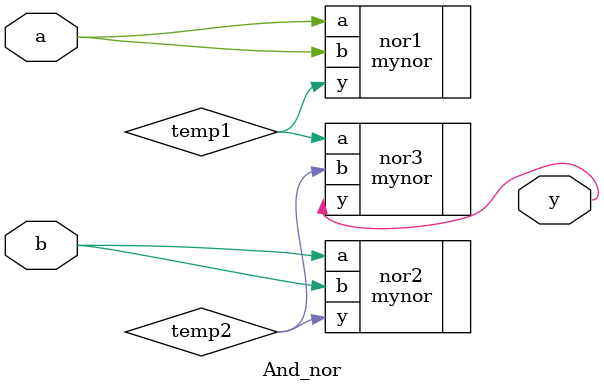
<source format=v>
/* Or gate with 2 1 bit inputs
Sum = a or b*/   /* */  //is used for multiline commmenting

module And_nor(a,b,y);

input a ,b;
wire temp1,temp2;
output y;

mynor nor1(.a(a),.b(a),.y(temp1));
mynor nor2(.a(b),.b(b),.y(temp2));
mynor nor3(.a(temp1),.b(temp2),.y(y));


endmodule
//things in red mean preassigned things!!!
</source>
